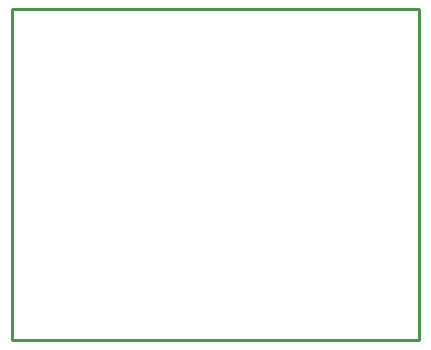
<source format=gm1>
G04 #@! TF.GenerationSoftware,KiCad,Pcbnew,(5.1.2)-1*
G04 #@! TF.CreationDate,2019-06-03T23:01:36-07:00*
G04 #@! TF.ProjectId,USB-PD-Breakout,5553422d-5044-42d4-9272-65616b6f7574,rev?*
G04 #@! TF.SameCoordinates,PX60e4b00PY60e4b00*
G04 #@! TF.FileFunction,Profile,NP*
%FSLAX46Y46*%
G04 Gerber Fmt 4.6, Leading zero omitted, Abs format (unit mm)*
G04 Created by KiCad (PCBNEW (5.1.2)-1) date 2019-06-03 23:01:36*
%MOMM*%
%LPD*%
G04 APERTURE LIST*
%ADD10C,0.254000*%
G04 APERTURE END LIST*
D10*
X34500000Y0D02*
X0Y0D01*
X34500000Y28000000D02*
X34500000Y0D01*
X0Y28000000D02*
X34500000Y28000000D01*
X0Y0D02*
X0Y28000000D01*
M02*

</source>
